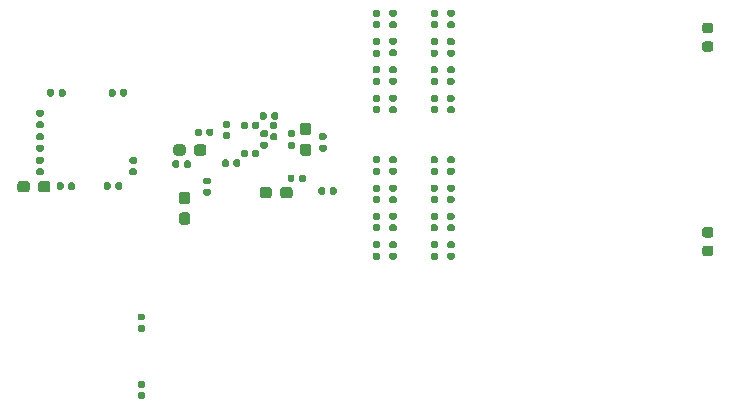
<source format=gbp>
G04 #@! TF.GenerationSoftware,KiCad,Pcbnew,5.1.6*
G04 #@! TF.CreationDate,2020-05-21T11:43:50+02:00*
G04 #@! TF.ProjectId,glasgow,676c6173-676f-4772-9e6b-696361645f70,rev?*
G04 #@! TF.SameCoordinates,Original*
G04 #@! TF.FileFunction,Paste,Bot*
G04 #@! TF.FilePolarity,Positive*
%FSLAX46Y46*%
G04 Gerber Fmt 4.6, Leading zero omitted, Abs format (unit mm)*
G04 Created by KiCad (PCBNEW 5.1.6) date 2020-05-21 11:43:50*
%MOMM*%
%LPD*%
G01*
G04 APERTURE LIST*
G04 APERTURE END LIST*
G36*
G01*
X122706250Y-86500000D02*
X122193750Y-86500000D01*
G75*
G02*
X121975000Y-86281250I0J218750D01*
G01*
X121975000Y-85843750D01*
G75*
G02*
X122193750Y-85625000I218750J0D01*
G01*
X122706250Y-85625000D01*
G75*
G02*
X122925000Y-85843750I0J-218750D01*
G01*
X122925000Y-86281250D01*
G75*
G02*
X122706250Y-86500000I-218750J0D01*
G01*
G37*
G36*
G01*
X122706250Y-88075000D02*
X122193750Y-88075000D01*
G75*
G02*
X121975000Y-87856250I0J218750D01*
G01*
X121975000Y-87418750D01*
G75*
G02*
X122193750Y-87200000I218750J0D01*
G01*
X122706250Y-87200000D01*
G75*
G02*
X122925000Y-87418750I0J-218750D01*
G01*
X122925000Y-87856250D01*
G75*
G02*
X122706250Y-88075000I-218750J0D01*
G01*
G37*
G36*
G01*
X122193750Y-104500000D02*
X122706250Y-104500000D01*
G75*
G02*
X122925000Y-104718750I0J-218750D01*
G01*
X122925000Y-105156250D01*
G75*
G02*
X122706250Y-105375000I-218750J0D01*
G01*
X122193750Y-105375000D01*
G75*
G02*
X121975000Y-105156250I0J218750D01*
G01*
X121975000Y-104718750D01*
G75*
G02*
X122193750Y-104500000I218750J0D01*
G01*
G37*
G36*
G01*
X122193750Y-102925000D02*
X122706250Y-102925000D01*
G75*
G02*
X122925000Y-103143750I0J-218750D01*
G01*
X122925000Y-103581250D01*
G75*
G02*
X122706250Y-103800000I-218750J0D01*
G01*
X122193750Y-103800000D01*
G75*
G02*
X121975000Y-103581250I0J218750D01*
G01*
X121975000Y-103143750D01*
G75*
G02*
X122193750Y-102925000I218750J0D01*
G01*
G37*
G36*
G01*
X90060000Y-99677500D02*
X90060000Y-100022500D01*
G75*
G02*
X89912500Y-100170000I-147500J0D01*
G01*
X89617500Y-100170000D01*
G75*
G02*
X89470000Y-100022500I0J147500D01*
G01*
X89470000Y-99677500D01*
G75*
G02*
X89617500Y-99530000I147500J0D01*
G01*
X89912500Y-99530000D01*
G75*
G02*
X90060000Y-99677500I0J-147500D01*
G01*
G37*
G36*
G01*
X91030000Y-99677500D02*
X91030000Y-100022500D01*
G75*
G02*
X90882500Y-100170000I-147500J0D01*
G01*
X90587500Y-100170000D01*
G75*
G02*
X90440000Y-100022500I0J147500D01*
G01*
X90440000Y-99677500D01*
G75*
G02*
X90587500Y-99530000I147500J0D01*
G01*
X90882500Y-99530000D01*
G75*
G02*
X91030000Y-99677500I0J-147500D01*
G01*
G37*
G36*
G01*
X95627500Y-92690000D02*
X95972500Y-92690000D01*
G75*
G02*
X96120000Y-92837500I0J-147500D01*
G01*
X96120000Y-93132500D01*
G75*
G02*
X95972500Y-93280000I-147500J0D01*
G01*
X95627500Y-93280000D01*
G75*
G02*
X95480000Y-93132500I0J147500D01*
G01*
X95480000Y-92837500D01*
G75*
G02*
X95627500Y-92690000I147500J0D01*
G01*
G37*
G36*
G01*
X95627500Y-91720000D02*
X95972500Y-91720000D01*
G75*
G02*
X96120000Y-91867500I0J-147500D01*
G01*
X96120000Y-92162500D01*
G75*
G02*
X95972500Y-92310000I-147500J0D01*
G01*
X95627500Y-92310000D01*
G75*
G02*
X95480000Y-92162500I0J147500D01*
G01*
X95480000Y-91867500D01*
G75*
G02*
X95627500Y-91720000I147500J0D01*
G01*
G37*
G36*
G01*
X99127500Y-90290000D02*
X99472500Y-90290000D01*
G75*
G02*
X99620000Y-90437500I0J-147500D01*
G01*
X99620000Y-90732500D01*
G75*
G02*
X99472500Y-90880000I-147500J0D01*
G01*
X99127500Y-90880000D01*
G75*
G02*
X98980000Y-90732500I0J147500D01*
G01*
X98980000Y-90437500D01*
G75*
G02*
X99127500Y-90290000I147500J0D01*
G01*
G37*
G36*
G01*
X99127500Y-89320000D02*
X99472500Y-89320000D01*
G75*
G02*
X99620000Y-89467500I0J-147500D01*
G01*
X99620000Y-89762500D01*
G75*
G02*
X99472500Y-89910000I-147500J0D01*
G01*
X99127500Y-89910000D01*
G75*
G02*
X98980000Y-89762500I0J147500D01*
G01*
X98980000Y-89467500D01*
G75*
G02*
X99127500Y-89320000I147500J0D01*
G01*
G37*
G36*
G01*
X99127500Y-87890000D02*
X99472500Y-87890000D01*
G75*
G02*
X99620000Y-88037500I0J-147500D01*
G01*
X99620000Y-88332500D01*
G75*
G02*
X99472500Y-88480000I-147500J0D01*
G01*
X99127500Y-88480000D01*
G75*
G02*
X98980000Y-88332500I0J147500D01*
G01*
X98980000Y-88037500D01*
G75*
G02*
X99127500Y-87890000I147500J0D01*
G01*
G37*
G36*
G01*
X99127500Y-86920000D02*
X99472500Y-86920000D01*
G75*
G02*
X99620000Y-87067500I0J-147500D01*
G01*
X99620000Y-87362500D01*
G75*
G02*
X99472500Y-87510000I-147500J0D01*
G01*
X99127500Y-87510000D01*
G75*
G02*
X98980000Y-87362500I0J147500D01*
G01*
X98980000Y-87067500D01*
G75*
G02*
X99127500Y-86920000I147500J0D01*
G01*
G37*
G36*
G01*
X99127500Y-85490000D02*
X99472500Y-85490000D01*
G75*
G02*
X99620000Y-85637500I0J-147500D01*
G01*
X99620000Y-85932500D01*
G75*
G02*
X99472500Y-86080000I-147500J0D01*
G01*
X99127500Y-86080000D01*
G75*
G02*
X98980000Y-85932500I0J147500D01*
G01*
X98980000Y-85637500D01*
G75*
G02*
X99127500Y-85490000I147500J0D01*
G01*
G37*
G36*
G01*
X99127500Y-84520000D02*
X99472500Y-84520000D01*
G75*
G02*
X99620000Y-84667500I0J-147500D01*
G01*
X99620000Y-84962500D01*
G75*
G02*
X99472500Y-85110000I-147500J0D01*
G01*
X99127500Y-85110000D01*
G75*
G02*
X98980000Y-84962500I0J147500D01*
G01*
X98980000Y-84667500D01*
G75*
G02*
X99127500Y-84520000I147500J0D01*
G01*
G37*
G36*
G01*
X95627500Y-87875000D02*
X95972500Y-87875000D01*
G75*
G02*
X96120000Y-88022500I0J-147500D01*
G01*
X96120000Y-88317500D01*
G75*
G02*
X95972500Y-88465000I-147500J0D01*
G01*
X95627500Y-88465000D01*
G75*
G02*
X95480000Y-88317500I0J147500D01*
G01*
X95480000Y-88022500D01*
G75*
G02*
X95627500Y-87875000I147500J0D01*
G01*
G37*
G36*
G01*
X95627500Y-86905000D02*
X95972500Y-86905000D01*
G75*
G02*
X96120000Y-87052500I0J-147500D01*
G01*
X96120000Y-87347500D01*
G75*
G02*
X95972500Y-87495000I-147500J0D01*
G01*
X95627500Y-87495000D01*
G75*
G02*
X95480000Y-87347500I0J147500D01*
G01*
X95480000Y-87052500D01*
G75*
G02*
X95627500Y-86905000I147500J0D01*
G01*
G37*
G36*
G01*
X94227500Y-90290000D02*
X94572500Y-90290000D01*
G75*
G02*
X94720000Y-90437500I0J-147500D01*
G01*
X94720000Y-90732500D01*
G75*
G02*
X94572500Y-90880000I-147500J0D01*
G01*
X94227500Y-90880000D01*
G75*
G02*
X94080000Y-90732500I0J147500D01*
G01*
X94080000Y-90437500D01*
G75*
G02*
X94227500Y-90290000I147500J0D01*
G01*
G37*
G36*
G01*
X94227500Y-89320000D02*
X94572500Y-89320000D01*
G75*
G02*
X94720000Y-89467500I0J-147500D01*
G01*
X94720000Y-89762500D01*
G75*
G02*
X94572500Y-89910000I-147500J0D01*
G01*
X94227500Y-89910000D01*
G75*
G02*
X94080000Y-89762500I0J147500D01*
G01*
X94080000Y-89467500D01*
G75*
G02*
X94227500Y-89320000I147500J0D01*
G01*
G37*
G36*
G01*
X94227500Y-92690000D02*
X94572500Y-92690000D01*
G75*
G02*
X94720000Y-92837500I0J-147500D01*
G01*
X94720000Y-93132500D01*
G75*
G02*
X94572500Y-93280000I-147500J0D01*
G01*
X94227500Y-93280000D01*
G75*
G02*
X94080000Y-93132500I0J147500D01*
G01*
X94080000Y-92837500D01*
G75*
G02*
X94227500Y-92690000I147500J0D01*
G01*
G37*
G36*
G01*
X94227500Y-91720000D02*
X94572500Y-91720000D01*
G75*
G02*
X94720000Y-91867500I0J-147500D01*
G01*
X94720000Y-92162500D01*
G75*
G02*
X94572500Y-92310000I-147500J0D01*
G01*
X94227500Y-92310000D01*
G75*
G02*
X94080000Y-92162500I0J147500D01*
G01*
X94080000Y-91867500D01*
G75*
G02*
X94227500Y-91720000I147500J0D01*
G01*
G37*
G36*
G01*
X94227500Y-87890000D02*
X94572500Y-87890000D01*
G75*
G02*
X94720000Y-88037500I0J-147500D01*
G01*
X94720000Y-88332500D01*
G75*
G02*
X94572500Y-88480000I-147500J0D01*
G01*
X94227500Y-88480000D01*
G75*
G02*
X94080000Y-88332500I0J147500D01*
G01*
X94080000Y-88037500D01*
G75*
G02*
X94227500Y-87890000I147500J0D01*
G01*
G37*
G36*
G01*
X94227500Y-86920000D02*
X94572500Y-86920000D01*
G75*
G02*
X94720000Y-87067500I0J-147500D01*
G01*
X94720000Y-87362500D01*
G75*
G02*
X94572500Y-87510000I-147500J0D01*
G01*
X94227500Y-87510000D01*
G75*
G02*
X94080000Y-87362500I0J147500D01*
G01*
X94080000Y-87067500D01*
G75*
G02*
X94227500Y-86920000I147500J0D01*
G01*
G37*
G36*
G01*
X86250000Y-100237500D02*
X86250000Y-99762500D01*
G75*
G02*
X86487500Y-99525000I237500J0D01*
G01*
X87062500Y-99525000D01*
G75*
G02*
X87300000Y-99762500I0J-237500D01*
G01*
X87300000Y-100237500D01*
G75*
G02*
X87062500Y-100475000I-237500J0D01*
G01*
X86487500Y-100475000D01*
G75*
G02*
X86250000Y-100237500I0J237500D01*
G01*
G37*
G36*
G01*
X84500000Y-100237500D02*
X84500000Y-99762500D01*
G75*
G02*
X84737500Y-99525000I237500J0D01*
G01*
X85312500Y-99525000D01*
G75*
G02*
X85550000Y-99762500I0J-237500D01*
G01*
X85550000Y-100237500D01*
G75*
G02*
X85312500Y-100475000I-237500J0D01*
G01*
X84737500Y-100475000D01*
G75*
G02*
X84500000Y-100237500I0J237500D01*
G01*
G37*
G36*
G01*
X94227500Y-85490000D02*
X94572500Y-85490000D01*
G75*
G02*
X94720000Y-85637500I0J-147500D01*
G01*
X94720000Y-85932500D01*
G75*
G02*
X94572500Y-86080000I-147500J0D01*
G01*
X94227500Y-86080000D01*
G75*
G02*
X94080000Y-85932500I0J147500D01*
G01*
X94080000Y-85637500D01*
G75*
G02*
X94227500Y-85490000I147500J0D01*
G01*
G37*
G36*
G01*
X94227500Y-84520000D02*
X94572500Y-84520000D01*
G75*
G02*
X94720000Y-84667500I0J-147500D01*
G01*
X94720000Y-84962500D01*
G75*
G02*
X94572500Y-85110000I-147500J0D01*
G01*
X94227500Y-85110000D01*
G75*
G02*
X94080000Y-84962500I0J147500D01*
G01*
X94080000Y-84667500D01*
G75*
G02*
X94227500Y-84520000I147500J0D01*
G01*
G37*
G36*
G01*
X95627500Y-85490000D02*
X95972500Y-85490000D01*
G75*
G02*
X96120000Y-85637500I0J-147500D01*
G01*
X96120000Y-85932500D01*
G75*
G02*
X95972500Y-86080000I-147500J0D01*
G01*
X95627500Y-86080000D01*
G75*
G02*
X95480000Y-85932500I0J147500D01*
G01*
X95480000Y-85637500D01*
G75*
G02*
X95627500Y-85490000I147500J0D01*
G01*
G37*
G36*
G01*
X95627500Y-84520000D02*
X95972500Y-84520000D01*
G75*
G02*
X96120000Y-84667500I0J-147500D01*
G01*
X96120000Y-84962500D01*
G75*
G02*
X95972500Y-85110000I-147500J0D01*
G01*
X95627500Y-85110000D01*
G75*
G02*
X95480000Y-84962500I0J147500D01*
G01*
X95480000Y-84667500D01*
G75*
G02*
X95627500Y-84520000I147500J0D01*
G01*
G37*
G36*
G01*
X95627500Y-105090000D02*
X95972500Y-105090000D01*
G75*
G02*
X96120000Y-105237500I0J-147500D01*
G01*
X96120000Y-105532500D01*
G75*
G02*
X95972500Y-105680000I-147500J0D01*
G01*
X95627500Y-105680000D01*
G75*
G02*
X95480000Y-105532500I0J147500D01*
G01*
X95480000Y-105237500D01*
G75*
G02*
X95627500Y-105090000I147500J0D01*
G01*
G37*
G36*
G01*
X95627500Y-104120000D02*
X95972500Y-104120000D01*
G75*
G02*
X96120000Y-104267500I0J-147500D01*
G01*
X96120000Y-104562500D01*
G75*
G02*
X95972500Y-104710000I-147500J0D01*
G01*
X95627500Y-104710000D01*
G75*
G02*
X95480000Y-104562500I0J147500D01*
G01*
X95480000Y-104267500D01*
G75*
G02*
X95627500Y-104120000I147500J0D01*
G01*
G37*
G36*
G01*
X94227500Y-105075000D02*
X94572500Y-105075000D01*
G75*
G02*
X94720000Y-105222500I0J-147500D01*
G01*
X94720000Y-105517500D01*
G75*
G02*
X94572500Y-105665000I-147500J0D01*
G01*
X94227500Y-105665000D01*
G75*
G02*
X94080000Y-105517500I0J147500D01*
G01*
X94080000Y-105222500D01*
G75*
G02*
X94227500Y-105075000I147500J0D01*
G01*
G37*
G36*
G01*
X94227500Y-104105000D02*
X94572500Y-104105000D01*
G75*
G02*
X94720000Y-104252500I0J-147500D01*
G01*
X94720000Y-104547500D01*
G75*
G02*
X94572500Y-104695000I-147500J0D01*
G01*
X94227500Y-104695000D01*
G75*
G02*
X94080000Y-104547500I0J147500D01*
G01*
X94080000Y-104252500D01*
G75*
G02*
X94227500Y-104105000I147500J0D01*
G01*
G37*
G36*
G01*
X95627500Y-102690000D02*
X95972500Y-102690000D01*
G75*
G02*
X96120000Y-102837500I0J-147500D01*
G01*
X96120000Y-103132500D01*
G75*
G02*
X95972500Y-103280000I-147500J0D01*
G01*
X95627500Y-103280000D01*
G75*
G02*
X95480000Y-103132500I0J147500D01*
G01*
X95480000Y-102837500D01*
G75*
G02*
X95627500Y-102690000I147500J0D01*
G01*
G37*
G36*
G01*
X95627500Y-101720000D02*
X95972500Y-101720000D01*
G75*
G02*
X96120000Y-101867500I0J-147500D01*
G01*
X96120000Y-102162500D01*
G75*
G02*
X95972500Y-102310000I-147500J0D01*
G01*
X95627500Y-102310000D01*
G75*
G02*
X95480000Y-102162500I0J147500D01*
G01*
X95480000Y-101867500D01*
G75*
G02*
X95627500Y-101720000I147500J0D01*
G01*
G37*
G36*
G01*
X94227500Y-102675000D02*
X94572500Y-102675000D01*
G75*
G02*
X94720000Y-102822500I0J-147500D01*
G01*
X94720000Y-103117500D01*
G75*
G02*
X94572500Y-103265000I-147500J0D01*
G01*
X94227500Y-103265000D01*
G75*
G02*
X94080000Y-103117500I0J147500D01*
G01*
X94080000Y-102822500D01*
G75*
G02*
X94227500Y-102675000I147500J0D01*
G01*
G37*
G36*
G01*
X94227500Y-101705000D02*
X94572500Y-101705000D01*
G75*
G02*
X94720000Y-101852500I0J-147500D01*
G01*
X94720000Y-102147500D01*
G75*
G02*
X94572500Y-102295000I-147500J0D01*
G01*
X94227500Y-102295000D01*
G75*
G02*
X94080000Y-102147500I0J147500D01*
G01*
X94080000Y-101852500D01*
G75*
G02*
X94227500Y-101705000I147500J0D01*
G01*
G37*
G36*
G01*
X94227500Y-100290000D02*
X94572500Y-100290000D01*
G75*
G02*
X94720000Y-100437500I0J-147500D01*
G01*
X94720000Y-100732500D01*
G75*
G02*
X94572500Y-100880000I-147500J0D01*
G01*
X94227500Y-100880000D01*
G75*
G02*
X94080000Y-100732500I0J147500D01*
G01*
X94080000Y-100437500D01*
G75*
G02*
X94227500Y-100290000I147500J0D01*
G01*
G37*
G36*
G01*
X94227500Y-99320000D02*
X94572500Y-99320000D01*
G75*
G02*
X94720000Y-99467500I0J-147500D01*
G01*
X94720000Y-99762500D01*
G75*
G02*
X94572500Y-99910000I-147500J0D01*
G01*
X94227500Y-99910000D01*
G75*
G02*
X94080000Y-99762500I0J147500D01*
G01*
X94080000Y-99467500D01*
G75*
G02*
X94227500Y-99320000I147500J0D01*
G01*
G37*
G36*
G01*
X95627500Y-100290000D02*
X95972500Y-100290000D01*
G75*
G02*
X96120000Y-100437500I0J-147500D01*
G01*
X96120000Y-100732500D01*
G75*
G02*
X95972500Y-100880000I-147500J0D01*
G01*
X95627500Y-100880000D01*
G75*
G02*
X95480000Y-100732500I0J147500D01*
G01*
X95480000Y-100437500D01*
G75*
G02*
X95627500Y-100290000I147500J0D01*
G01*
G37*
G36*
G01*
X95627500Y-99320000D02*
X95972500Y-99320000D01*
G75*
G02*
X96120000Y-99467500I0J-147500D01*
G01*
X96120000Y-99762500D01*
G75*
G02*
X95972500Y-99910000I-147500J0D01*
G01*
X95627500Y-99910000D01*
G75*
G02*
X95480000Y-99762500I0J147500D01*
G01*
X95480000Y-99467500D01*
G75*
G02*
X95627500Y-99320000I147500J0D01*
G01*
G37*
G36*
G01*
X80222500Y-99310000D02*
X79877500Y-99310000D01*
G75*
G02*
X79730000Y-99162500I0J147500D01*
G01*
X79730000Y-98867500D01*
G75*
G02*
X79877500Y-98720000I147500J0D01*
G01*
X80222500Y-98720000D01*
G75*
G02*
X80370000Y-98867500I0J-147500D01*
G01*
X80370000Y-99162500D01*
G75*
G02*
X80222500Y-99310000I-147500J0D01*
G01*
G37*
G36*
G01*
X80222500Y-100280000D02*
X79877500Y-100280000D01*
G75*
G02*
X79730000Y-100132500I0J147500D01*
G01*
X79730000Y-99837500D01*
G75*
G02*
X79877500Y-99690000I147500J0D01*
G01*
X80222500Y-99690000D01*
G75*
G02*
X80370000Y-99837500I0J-147500D01*
G01*
X80370000Y-100132500D01*
G75*
G02*
X80222500Y-100280000I-147500J0D01*
G01*
G37*
G36*
G01*
X79625000Y-94727500D02*
X79625000Y-95072500D01*
G75*
G02*
X79477500Y-95220000I-147500J0D01*
G01*
X79182500Y-95220000D01*
G75*
G02*
X79035000Y-95072500I0J147500D01*
G01*
X79035000Y-94727500D01*
G75*
G02*
X79182500Y-94580000I147500J0D01*
G01*
X79477500Y-94580000D01*
G75*
G02*
X79625000Y-94727500I0J-147500D01*
G01*
G37*
G36*
G01*
X80595000Y-94727500D02*
X80595000Y-95072500D01*
G75*
G02*
X80447500Y-95220000I-147500J0D01*
G01*
X80152500Y-95220000D01*
G75*
G02*
X80005000Y-95072500I0J147500D01*
G01*
X80005000Y-94727500D01*
G75*
G02*
X80152500Y-94580000I147500J0D01*
G01*
X80447500Y-94580000D01*
G75*
G02*
X80595000Y-94727500I0J-147500D01*
G01*
G37*
G36*
G01*
X77710000Y-97427500D02*
X77710000Y-97772500D01*
G75*
G02*
X77562500Y-97920000I-147500J0D01*
G01*
X77267500Y-97920000D01*
G75*
G02*
X77120000Y-97772500I0J147500D01*
G01*
X77120000Y-97427500D01*
G75*
G02*
X77267500Y-97280000I147500J0D01*
G01*
X77562500Y-97280000D01*
G75*
G02*
X77710000Y-97427500I0J-147500D01*
G01*
G37*
G36*
G01*
X78680000Y-97427500D02*
X78680000Y-97772500D01*
G75*
G02*
X78532500Y-97920000I-147500J0D01*
G01*
X78237500Y-97920000D01*
G75*
G02*
X78090000Y-97772500I0J147500D01*
G01*
X78090000Y-97427500D01*
G75*
G02*
X78237500Y-97280000I147500J0D01*
G01*
X78532500Y-97280000D01*
G75*
G02*
X78680000Y-97427500I0J-147500D01*
G01*
G37*
G36*
G01*
X90022500Y-95560000D02*
X89677500Y-95560000D01*
G75*
G02*
X89530000Y-95412500I0J147500D01*
G01*
X89530000Y-95117500D01*
G75*
G02*
X89677500Y-94970000I147500J0D01*
G01*
X90022500Y-94970000D01*
G75*
G02*
X90170000Y-95117500I0J-147500D01*
G01*
X90170000Y-95412500D01*
G75*
G02*
X90022500Y-95560000I-147500J0D01*
G01*
G37*
G36*
G01*
X90022500Y-96530000D02*
X89677500Y-96530000D01*
G75*
G02*
X89530000Y-96382500I0J147500D01*
G01*
X89530000Y-96087500D01*
G75*
G02*
X89677500Y-95940000I147500J0D01*
G01*
X90022500Y-95940000D01*
G75*
G02*
X90170000Y-96087500I0J-147500D01*
G01*
X90170000Y-96382500D01*
G75*
G02*
X90022500Y-96530000I-147500J0D01*
G01*
G37*
G36*
G01*
X71910000Y-99277500D02*
X71910000Y-99622500D01*
G75*
G02*
X71762500Y-99770000I-147500J0D01*
G01*
X71467500Y-99770000D01*
G75*
G02*
X71320000Y-99622500I0J147500D01*
G01*
X71320000Y-99277500D01*
G75*
G02*
X71467500Y-99130000I147500J0D01*
G01*
X71762500Y-99130000D01*
G75*
G02*
X71910000Y-99277500I0J-147500D01*
G01*
G37*
G36*
G01*
X72880000Y-99277500D02*
X72880000Y-99622500D01*
G75*
G02*
X72732500Y-99770000I-147500J0D01*
G01*
X72437500Y-99770000D01*
G75*
G02*
X72290000Y-99622500I0J147500D01*
G01*
X72290000Y-99277500D01*
G75*
G02*
X72437500Y-99130000I147500J0D01*
G01*
X72732500Y-99130000D01*
G75*
G02*
X72880000Y-99277500I0J-147500D01*
G01*
G37*
G36*
G01*
X78250000Y-96162500D02*
X78250000Y-96637500D01*
G75*
G02*
X78012500Y-96875000I-237500J0D01*
G01*
X77437500Y-96875000D01*
G75*
G02*
X77200000Y-96637500I0J237500D01*
G01*
X77200000Y-96162500D01*
G75*
G02*
X77437500Y-95925000I237500J0D01*
G01*
X78012500Y-95925000D01*
G75*
G02*
X78250000Y-96162500I0J-237500D01*
G01*
G37*
G36*
G01*
X80000000Y-96162500D02*
X80000000Y-96637500D01*
G75*
G02*
X79762500Y-96875000I-237500J0D01*
G01*
X79187500Y-96875000D01*
G75*
G02*
X78950000Y-96637500I0J237500D01*
G01*
X78950000Y-96162500D01*
G75*
G02*
X79187500Y-95925000I237500J0D01*
G01*
X79762500Y-95925000D01*
G75*
G02*
X80000000Y-96162500I0J-237500D01*
G01*
G37*
G36*
G01*
X83510000Y-94127500D02*
X83510000Y-94472500D01*
G75*
G02*
X83362500Y-94620000I-147500J0D01*
G01*
X83067500Y-94620000D01*
G75*
G02*
X82920000Y-94472500I0J147500D01*
G01*
X82920000Y-94127500D01*
G75*
G02*
X83067500Y-93980000I147500J0D01*
G01*
X83362500Y-93980000D01*
G75*
G02*
X83510000Y-94127500I0J-147500D01*
G01*
G37*
G36*
G01*
X84480000Y-94127500D02*
X84480000Y-94472500D01*
G75*
G02*
X84332500Y-94620000I-147500J0D01*
G01*
X84037500Y-94620000D01*
G75*
G02*
X83890000Y-94472500I0J147500D01*
G01*
X83890000Y-94127500D01*
G75*
G02*
X84037500Y-93980000I147500J0D01*
G01*
X84332500Y-93980000D01*
G75*
G02*
X84480000Y-94127500I0J-147500D01*
G01*
G37*
G36*
G01*
X82290000Y-97672500D02*
X82290000Y-97327500D01*
G75*
G02*
X82437500Y-97180000I147500J0D01*
G01*
X82732500Y-97180000D01*
G75*
G02*
X82880000Y-97327500I0J-147500D01*
G01*
X82880000Y-97672500D01*
G75*
G02*
X82732500Y-97820000I-147500J0D01*
G01*
X82437500Y-97820000D01*
G75*
G02*
X82290000Y-97672500I0J147500D01*
G01*
G37*
G36*
G01*
X81320000Y-97672500D02*
X81320000Y-97327500D01*
G75*
G02*
X81467500Y-97180000I147500J0D01*
G01*
X81762500Y-97180000D01*
G75*
G02*
X81910000Y-97327500I0J-147500D01*
G01*
X81910000Y-97672500D01*
G75*
G02*
X81762500Y-97820000I-147500J0D01*
G01*
X81467500Y-97820000D01*
G75*
G02*
X81320000Y-97672500I0J147500D01*
G01*
G37*
G36*
G01*
X65727500Y-97940000D02*
X66072500Y-97940000D01*
G75*
G02*
X66220000Y-98087500I0J-147500D01*
G01*
X66220000Y-98382500D01*
G75*
G02*
X66072500Y-98530000I-147500J0D01*
G01*
X65727500Y-98530000D01*
G75*
G02*
X65580000Y-98382500I0J147500D01*
G01*
X65580000Y-98087500D01*
G75*
G02*
X65727500Y-97940000I147500J0D01*
G01*
G37*
G36*
G01*
X65727500Y-96970000D02*
X66072500Y-96970000D01*
G75*
G02*
X66220000Y-97117500I0J-147500D01*
G01*
X66220000Y-97412500D01*
G75*
G02*
X66072500Y-97560000I-147500J0D01*
G01*
X65727500Y-97560000D01*
G75*
G02*
X65580000Y-97412500I0J147500D01*
G01*
X65580000Y-97117500D01*
G75*
G02*
X65727500Y-96970000I147500J0D01*
G01*
G37*
G36*
G01*
X65727500Y-95940000D02*
X66072500Y-95940000D01*
G75*
G02*
X66220000Y-96087500I0J-147500D01*
G01*
X66220000Y-96382500D01*
G75*
G02*
X66072500Y-96530000I-147500J0D01*
G01*
X65727500Y-96530000D01*
G75*
G02*
X65580000Y-96382500I0J147500D01*
G01*
X65580000Y-96087500D01*
G75*
G02*
X65727500Y-95940000I147500J0D01*
G01*
G37*
G36*
G01*
X65727500Y-94970000D02*
X66072500Y-94970000D01*
G75*
G02*
X66220000Y-95117500I0J-147500D01*
G01*
X66220000Y-95412500D01*
G75*
G02*
X66072500Y-95560000I-147500J0D01*
G01*
X65727500Y-95560000D01*
G75*
G02*
X65580000Y-95412500I0J147500D01*
G01*
X65580000Y-95117500D01*
G75*
G02*
X65727500Y-94970000I147500J0D01*
G01*
G37*
G36*
G01*
X73627500Y-97955000D02*
X73972500Y-97955000D01*
G75*
G02*
X74120000Y-98102500I0J-147500D01*
G01*
X74120000Y-98397500D01*
G75*
G02*
X73972500Y-98545000I-147500J0D01*
G01*
X73627500Y-98545000D01*
G75*
G02*
X73480000Y-98397500I0J147500D01*
G01*
X73480000Y-98102500D01*
G75*
G02*
X73627500Y-97955000I147500J0D01*
G01*
G37*
G36*
G01*
X73627500Y-96985000D02*
X73972500Y-96985000D01*
G75*
G02*
X74120000Y-97132500I0J-147500D01*
G01*
X74120000Y-97427500D01*
G75*
G02*
X73972500Y-97575000I-147500J0D01*
G01*
X73627500Y-97575000D01*
G75*
G02*
X73480000Y-97427500I0J147500D01*
G01*
X73480000Y-97132500D01*
G75*
G02*
X73627500Y-96985000I147500J0D01*
G01*
G37*
G36*
G01*
X72310000Y-91377500D02*
X72310000Y-91722500D01*
G75*
G02*
X72162500Y-91870000I-147500J0D01*
G01*
X71867500Y-91870000D01*
G75*
G02*
X71720000Y-91722500I0J147500D01*
G01*
X71720000Y-91377500D01*
G75*
G02*
X71867500Y-91230000I147500J0D01*
G01*
X72162500Y-91230000D01*
G75*
G02*
X72310000Y-91377500I0J-147500D01*
G01*
G37*
G36*
G01*
X73280000Y-91377500D02*
X73280000Y-91722500D01*
G75*
G02*
X73132500Y-91870000I-147500J0D01*
G01*
X72837500Y-91870000D01*
G75*
G02*
X72690000Y-91722500I0J147500D01*
G01*
X72690000Y-91377500D01*
G75*
G02*
X72837500Y-91230000I147500J0D01*
G01*
X73132500Y-91230000D01*
G75*
G02*
X73280000Y-91377500I0J-147500D01*
G01*
G37*
G36*
G01*
X67490000Y-91722500D02*
X67490000Y-91377500D01*
G75*
G02*
X67637500Y-91230000I147500J0D01*
G01*
X67932500Y-91230000D01*
G75*
G02*
X68080000Y-91377500I0J-147500D01*
G01*
X68080000Y-91722500D01*
G75*
G02*
X67932500Y-91870000I-147500J0D01*
G01*
X67637500Y-91870000D01*
G75*
G02*
X67490000Y-91722500I0J147500D01*
G01*
G37*
G36*
G01*
X66520000Y-91722500D02*
X66520000Y-91377500D01*
G75*
G02*
X66667500Y-91230000I147500J0D01*
G01*
X66962500Y-91230000D01*
G75*
G02*
X67110000Y-91377500I0J-147500D01*
G01*
X67110000Y-91722500D01*
G75*
G02*
X66962500Y-91870000I-147500J0D01*
G01*
X66667500Y-91870000D01*
G75*
G02*
X66520000Y-91722500I0J147500D01*
G01*
G37*
G36*
G01*
X65727500Y-93955000D02*
X66072500Y-93955000D01*
G75*
G02*
X66220000Y-94102500I0J-147500D01*
G01*
X66220000Y-94397500D01*
G75*
G02*
X66072500Y-94545000I-147500J0D01*
G01*
X65727500Y-94545000D01*
G75*
G02*
X65580000Y-94397500I0J147500D01*
G01*
X65580000Y-94102500D01*
G75*
G02*
X65727500Y-93955000I147500J0D01*
G01*
G37*
G36*
G01*
X65727500Y-92985000D02*
X66072500Y-92985000D01*
G75*
G02*
X66220000Y-93132500I0J-147500D01*
G01*
X66220000Y-93427500D01*
G75*
G02*
X66072500Y-93575000I-147500J0D01*
G01*
X65727500Y-93575000D01*
G75*
G02*
X65580000Y-93427500I0J147500D01*
G01*
X65580000Y-93132500D01*
G75*
G02*
X65727500Y-92985000I147500J0D01*
G01*
G37*
G36*
G01*
X68290000Y-99622500D02*
X68290000Y-99277500D01*
G75*
G02*
X68437500Y-99130000I147500J0D01*
G01*
X68732500Y-99130000D01*
G75*
G02*
X68880000Y-99277500I0J-147500D01*
G01*
X68880000Y-99622500D01*
G75*
G02*
X68732500Y-99770000I-147500J0D01*
G01*
X68437500Y-99770000D01*
G75*
G02*
X68290000Y-99622500I0J147500D01*
G01*
G37*
G36*
G01*
X67320000Y-99622500D02*
X67320000Y-99277500D01*
G75*
G02*
X67467500Y-99130000I147500J0D01*
G01*
X67762500Y-99130000D01*
G75*
G02*
X67910000Y-99277500I0J-147500D01*
G01*
X67910000Y-99622500D01*
G75*
G02*
X67762500Y-99770000I-147500J0D01*
G01*
X67467500Y-99770000D01*
G75*
G02*
X67320000Y-99622500I0J147500D01*
G01*
G37*
G36*
G01*
X87372500Y-95310000D02*
X87027500Y-95310000D01*
G75*
G02*
X86880000Y-95162500I0J147500D01*
G01*
X86880000Y-94867500D01*
G75*
G02*
X87027500Y-94720000I147500J0D01*
G01*
X87372500Y-94720000D01*
G75*
G02*
X87520000Y-94867500I0J-147500D01*
G01*
X87520000Y-95162500D01*
G75*
G02*
X87372500Y-95310000I-147500J0D01*
G01*
G37*
G36*
G01*
X87372500Y-96280000D02*
X87027500Y-96280000D01*
G75*
G02*
X86880000Y-96132500I0J147500D01*
G01*
X86880000Y-95837500D01*
G75*
G02*
X87027500Y-95690000I147500J0D01*
G01*
X87372500Y-95690000D01*
G75*
G02*
X87520000Y-95837500I0J-147500D01*
G01*
X87520000Y-96132500D01*
G75*
G02*
X87372500Y-96280000I-147500J0D01*
G01*
G37*
G36*
G01*
X74672500Y-116525000D02*
X74327500Y-116525000D01*
G75*
G02*
X74180000Y-116377500I0J147500D01*
G01*
X74180000Y-116082500D01*
G75*
G02*
X74327500Y-115935000I147500J0D01*
G01*
X74672500Y-115935000D01*
G75*
G02*
X74820000Y-116082500I0J-147500D01*
G01*
X74820000Y-116377500D01*
G75*
G02*
X74672500Y-116525000I-147500J0D01*
G01*
G37*
G36*
G01*
X74672500Y-117495000D02*
X74327500Y-117495000D01*
G75*
G02*
X74180000Y-117347500I0J147500D01*
G01*
X74180000Y-117052500D01*
G75*
G02*
X74327500Y-116905000I147500J0D01*
G01*
X74672500Y-116905000D01*
G75*
G02*
X74820000Y-117052500I0J-147500D01*
G01*
X74820000Y-117347500D01*
G75*
G02*
X74672500Y-117495000I-147500J0D01*
G01*
G37*
G36*
G01*
X74672500Y-110825000D02*
X74327500Y-110825000D01*
G75*
G02*
X74180000Y-110677500I0J147500D01*
G01*
X74180000Y-110382500D01*
G75*
G02*
X74327500Y-110235000I147500J0D01*
G01*
X74672500Y-110235000D01*
G75*
G02*
X74820000Y-110382500I0J-147500D01*
G01*
X74820000Y-110677500D01*
G75*
G02*
X74672500Y-110825000I-147500J0D01*
G01*
G37*
G36*
G01*
X74672500Y-111795000D02*
X74327500Y-111795000D01*
G75*
G02*
X74180000Y-111647500I0J147500D01*
G01*
X74180000Y-111352500D01*
G75*
G02*
X74327500Y-111205000I147500J0D01*
G01*
X74672500Y-111205000D01*
G75*
G02*
X74820000Y-111352500I0J-147500D01*
G01*
X74820000Y-111647500D01*
G75*
G02*
X74672500Y-111795000I-147500J0D01*
G01*
G37*
G36*
G01*
X100527500Y-105090000D02*
X100872500Y-105090000D01*
G75*
G02*
X101020000Y-105237500I0J-147500D01*
G01*
X101020000Y-105532500D01*
G75*
G02*
X100872500Y-105680000I-147500J0D01*
G01*
X100527500Y-105680000D01*
G75*
G02*
X100380000Y-105532500I0J147500D01*
G01*
X100380000Y-105237500D01*
G75*
G02*
X100527500Y-105090000I147500J0D01*
G01*
G37*
G36*
G01*
X100527500Y-104120000D02*
X100872500Y-104120000D01*
G75*
G02*
X101020000Y-104267500I0J-147500D01*
G01*
X101020000Y-104562500D01*
G75*
G02*
X100872500Y-104710000I-147500J0D01*
G01*
X100527500Y-104710000D01*
G75*
G02*
X100380000Y-104562500I0J147500D01*
G01*
X100380000Y-104267500D01*
G75*
G02*
X100527500Y-104120000I147500J0D01*
G01*
G37*
G36*
G01*
X100527500Y-102690000D02*
X100872500Y-102690000D01*
G75*
G02*
X101020000Y-102837500I0J-147500D01*
G01*
X101020000Y-103132500D01*
G75*
G02*
X100872500Y-103280000I-147500J0D01*
G01*
X100527500Y-103280000D01*
G75*
G02*
X100380000Y-103132500I0J147500D01*
G01*
X100380000Y-102837500D01*
G75*
G02*
X100527500Y-102690000I147500J0D01*
G01*
G37*
G36*
G01*
X100527500Y-101720000D02*
X100872500Y-101720000D01*
G75*
G02*
X101020000Y-101867500I0J-147500D01*
G01*
X101020000Y-102162500D01*
G75*
G02*
X100872500Y-102310000I-147500J0D01*
G01*
X100527500Y-102310000D01*
G75*
G02*
X100380000Y-102162500I0J147500D01*
G01*
X100380000Y-101867500D01*
G75*
G02*
X100527500Y-101720000I147500J0D01*
G01*
G37*
G36*
G01*
X87840000Y-98972500D02*
X87840000Y-98627500D01*
G75*
G02*
X87987500Y-98480000I147500J0D01*
G01*
X88282500Y-98480000D01*
G75*
G02*
X88430000Y-98627500I0J-147500D01*
G01*
X88430000Y-98972500D01*
G75*
G02*
X88282500Y-99120000I-147500J0D01*
G01*
X87987500Y-99120000D01*
G75*
G02*
X87840000Y-98972500I0J147500D01*
G01*
G37*
G36*
G01*
X86870000Y-98972500D02*
X86870000Y-98627500D01*
G75*
G02*
X87017500Y-98480000I147500J0D01*
G01*
X87312500Y-98480000D01*
G75*
G02*
X87460000Y-98627500I0J-147500D01*
G01*
X87460000Y-98972500D01*
G75*
G02*
X87312500Y-99120000I-147500J0D01*
G01*
X87017500Y-99120000D01*
G75*
G02*
X86870000Y-98972500I0J147500D01*
G01*
G37*
G36*
G01*
X85872500Y-94610000D02*
X85527500Y-94610000D01*
G75*
G02*
X85380000Y-94462500I0J147500D01*
G01*
X85380000Y-94167500D01*
G75*
G02*
X85527500Y-94020000I147500J0D01*
G01*
X85872500Y-94020000D01*
G75*
G02*
X86020000Y-94167500I0J-147500D01*
G01*
X86020000Y-94462500D01*
G75*
G02*
X85872500Y-94610000I-147500J0D01*
G01*
G37*
G36*
G01*
X85872500Y-95580000D02*
X85527500Y-95580000D01*
G75*
G02*
X85380000Y-95432500I0J147500D01*
G01*
X85380000Y-95137500D01*
G75*
G02*
X85527500Y-94990000I147500J0D01*
G01*
X85872500Y-94990000D01*
G75*
G02*
X86020000Y-95137500I0J-147500D01*
G01*
X86020000Y-95432500D01*
G75*
G02*
X85872500Y-95580000I-147500J0D01*
G01*
G37*
G36*
G01*
X85490000Y-93672500D02*
X85490000Y-93327500D01*
G75*
G02*
X85637500Y-93180000I147500J0D01*
G01*
X85932500Y-93180000D01*
G75*
G02*
X86080000Y-93327500I0J-147500D01*
G01*
X86080000Y-93672500D01*
G75*
G02*
X85932500Y-93820000I-147500J0D01*
G01*
X85637500Y-93820000D01*
G75*
G02*
X85490000Y-93672500I0J147500D01*
G01*
G37*
G36*
G01*
X84520000Y-93672500D02*
X84520000Y-93327500D01*
G75*
G02*
X84667500Y-93180000I147500J0D01*
G01*
X84962500Y-93180000D01*
G75*
G02*
X85110000Y-93327500I0J-147500D01*
G01*
X85110000Y-93672500D01*
G75*
G02*
X84962500Y-93820000I-147500J0D01*
G01*
X84667500Y-93820000D01*
G75*
G02*
X84520000Y-93672500I0J147500D01*
G01*
G37*
G36*
G01*
X100527500Y-100290000D02*
X100872500Y-100290000D01*
G75*
G02*
X101020000Y-100437500I0J-147500D01*
G01*
X101020000Y-100732500D01*
G75*
G02*
X100872500Y-100880000I-147500J0D01*
G01*
X100527500Y-100880000D01*
G75*
G02*
X100380000Y-100732500I0J147500D01*
G01*
X100380000Y-100437500D01*
G75*
G02*
X100527500Y-100290000I147500J0D01*
G01*
G37*
G36*
G01*
X100527500Y-99320000D02*
X100872500Y-99320000D01*
G75*
G02*
X101020000Y-99467500I0J-147500D01*
G01*
X101020000Y-99762500D01*
G75*
G02*
X100872500Y-99910000I-147500J0D01*
G01*
X100527500Y-99910000D01*
G75*
G02*
X100380000Y-99762500I0J147500D01*
G01*
X100380000Y-99467500D01*
G75*
G02*
X100527500Y-99320000I147500J0D01*
G01*
G37*
G36*
G01*
X100527500Y-97905000D02*
X100872500Y-97905000D01*
G75*
G02*
X101020000Y-98052500I0J-147500D01*
G01*
X101020000Y-98347500D01*
G75*
G02*
X100872500Y-98495000I-147500J0D01*
G01*
X100527500Y-98495000D01*
G75*
G02*
X100380000Y-98347500I0J147500D01*
G01*
X100380000Y-98052500D01*
G75*
G02*
X100527500Y-97905000I147500J0D01*
G01*
G37*
G36*
G01*
X100527500Y-96935000D02*
X100872500Y-96935000D01*
G75*
G02*
X101020000Y-97082500I0J-147500D01*
G01*
X101020000Y-97377500D01*
G75*
G02*
X100872500Y-97525000I-147500J0D01*
G01*
X100527500Y-97525000D01*
G75*
G02*
X100380000Y-97377500I0J147500D01*
G01*
X100380000Y-97082500D01*
G75*
G02*
X100527500Y-96935000I147500J0D01*
G01*
G37*
G36*
G01*
X99127500Y-105090000D02*
X99472500Y-105090000D01*
G75*
G02*
X99620000Y-105237500I0J-147500D01*
G01*
X99620000Y-105532500D01*
G75*
G02*
X99472500Y-105680000I-147500J0D01*
G01*
X99127500Y-105680000D01*
G75*
G02*
X98980000Y-105532500I0J147500D01*
G01*
X98980000Y-105237500D01*
G75*
G02*
X99127500Y-105090000I147500J0D01*
G01*
G37*
G36*
G01*
X99127500Y-104120000D02*
X99472500Y-104120000D01*
G75*
G02*
X99620000Y-104267500I0J-147500D01*
G01*
X99620000Y-104562500D01*
G75*
G02*
X99472500Y-104710000I-147500J0D01*
G01*
X99127500Y-104710000D01*
G75*
G02*
X98980000Y-104562500I0J147500D01*
G01*
X98980000Y-104267500D01*
G75*
G02*
X99127500Y-104120000I147500J0D01*
G01*
G37*
G36*
G01*
X99127500Y-102690000D02*
X99472500Y-102690000D01*
G75*
G02*
X99620000Y-102837500I0J-147500D01*
G01*
X99620000Y-103132500D01*
G75*
G02*
X99472500Y-103280000I-147500J0D01*
G01*
X99127500Y-103280000D01*
G75*
G02*
X98980000Y-103132500I0J147500D01*
G01*
X98980000Y-102837500D01*
G75*
G02*
X99127500Y-102690000I147500J0D01*
G01*
G37*
G36*
G01*
X99127500Y-101720000D02*
X99472500Y-101720000D01*
G75*
G02*
X99620000Y-101867500I0J-147500D01*
G01*
X99620000Y-102162500D01*
G75*
G02*
X99472500Y-102310000I-147500J0D01*
G01*
X99127500Y-102310000D01*
G75*
G02*
X98980000Y-102162500I0J147500D01*
G01*
X98980000Y-101867500D01*
G75*
G02*
X99127500Y-101720000I147500J0D01*
G01*
G37*
G36*
G01*
X99127500Y-100290000D02*
X99472500Y-100290000D01*
G75*
G02*
X99620000Y-100437500I0J-147500D01*
G01*
X99620000Y-100732500D01*
G75*
G02*
X99472500Y-100880000I-147500J0D01*
G01*
X99127500Y-100880000D01*
G75*
G02*
X98980000Y-100732500I0J147500D01*
G01*
X98980000Y-100437500D01*
G75*
G02*
X99127500Y-100290000I147500J0D01*
G01*
G37*
G36*
G01*
X99127500Y-99320000D02*
X99472500Y-99320000D01*
G75*
G02*
X99620000Y-99467500I0J-147500D01*
G01*
X99620000Y-99762500D01*
G75*
G02*
X99472500Y-99910000I-147500J0D01*
G01*
X99127500Y-99910000D01*
G75*
G02*
X98980000Y-99762500I0J147500D01*
G01*
X98980000Y-99467500D01*
G75*
G02*
X99127500Y-99320000I147500J0D01*
G01*
G37*
G36*
G01*
X99127500Y-97905000D02*
X99472500Y-97905000D01*
G75*
G02*
X99620000Y-98052500I0J-147500D01*
G01*
X99620000Y-98347500D01*
G75*
G02*
X99472500Y-98495000I-147500J0D01*
G01*
X99127500Y-98495000D01*
G75*
G02*
X98980000Y-98347500I0J147500D01*
G01*
X98980000Y-98052500D01*
G75*
G02*
X99127500Y-97905000I147500J0D01*
G01*
G37*
G36*
G01*
X99127500Y-96935000D02*
X99472500Y-96935000D01*
G75*
G02*
X99620000Y-97082500I0J-147500D01*
G01*
X99620000Y-97377500D01*
G75*
G02*
X99472500Y-97525000I-147500J0D01*
G01*
X99127500Y-97525000D01*
G75*
G02*
X98980000Y-97377500I0J147500D01*
G01*
X98980000Y-97082500D01*
G75*
G02*
X99127500Y-96935000I147500J0D01*
G01*
G37*
G36*
G01*
X95627500Y-90290000D02*
X95972500Y-90290000D01*
G75*
G02*
X96120000Y-90437500I0J-147500D01*
G01*
X96120000Y-90732500D01*
G75*
G02*
X95972500Y-90880000I-147500J0D01*
G01*
X95627500Y-90880000D01*
G75*
G02*
X95480000Y-90732500I0J147500D01*
G01*
X95480000Y-90437500D01*
G75*
G02*
X95627500Y-90290000I147500J0D01*
G01*
G37*
G36*
G01*
X95627500Y-89320000D02*
X95972500Y-89320000D01*
G75*
G02*
X96120000Y-89467500I0J-147500D01*
G01*
X96120000Y-89762500D01*
G75*
G02*
X95972500Y-89910000I-147500J0D01*
G01*
X95627500Y-89910000D01*
G75*
G02*
X95480000Y-89762500I0J147500D01*
G01*
X95480000Y-89467500D01*
G75*
G02*
X95627500Y-89320000I147500J0D01*
G01*
G37*
G36*
G01*
X95627500Y-97890000D02*
X95972500Y-97890000D01*
G75*
G02*
X96120000Y-98037500I0J-147500D01*
G01*
X96120000Y-98332500D01*
G75*
G02*
X95972500Y-98480000I-147500J0D01*
G01*
X95627500Y-98480000D01*
G75*
G02*
X95480000Y-98332500I0J147500D01*
G01*
X95480000Y-98037500D01*
G75*
G02*
X95627500Y-97890000I147500J0D01*
G01*
G37*
G36*
G01*
X95627500Y-96920000D02*
X95972500Y-96920000D01*
G75*
G02*
X96120000Y-97067500I0J-147500D01*
G01*
X96120000Y-97362500D01*
G75*
G02*
X95972500Y-97510000I-147500J0D01*
G01*
X95627500Y-97510000D01*
G75*
G02*
X95480000Y-97362500I0J147500D01*
G01*
X95480000Y-97067500D01*
G75*
G02*
X95627500Y-96920000I147500J0D01*
G01*
G37*
G36*
G01*
X94227500Y-97890000D02*
X94572500Y-97890000D01*
G75*
G02*
X94720000Y-98037500I0J-147500D01*
G01*
X94720000Y-98332500D01*
G75*
G02*
X94572500Y-98480000I-147500J0D01*
G01*
X94227500Y-98480000D01*
G75*
G02*
X94080000Y-98332500I0J147500D01*
G01*
X94080000Y-98037500D01*
G75*
G02*
X94227500Y-97890000I147500J0D01*
G01*
G37*
G36*
G01*
X94227500Y-96920000D02*
X94572500Y-96920000D01*
G75*
G02*
X94720000Y-97067500I0J-147500D01*
G01*
X94720000Y-97362500D01*
G75*
G02*
X94572500Y-97510000I-147500J0D01*
G01*
X94227500Y-97510000D01*
G75*
G02*
X94080000Y-97362500I0J147500D01*
G01*
X94080000Y-97067500D01*
G75*
G02*
X94227500Y-96920000I147500J0D01*
G01*
G37*
G36*
G01*
X100527500Y-92705000D02*
X100872500Y-92705000D01*
G75*
G02*
X101020000Y-92852500I0J-147500D01*
G01*
X101020000Y-93147500D01*
G75*
G02*
X100872500Y-93295000I-147500J0D01*
G01*
X100527500Y-93295000D01*
G75*
G02*
X100380000Y-93147500I0J147500D01*
G01*
X100380000Y-92852500D01*
G75*
G02*
X100527500Y-92705000I147500J0D01*
G01*
G37*
G36*
G01*
X100527500Y-91735000D02*
X100872500Y-91735000D01*
G75*
G02*
X101020000Y-91882500I0J-147500D01*
G01*
X101020000Y-92177500D01*
G75*
G02*
X100872500Y-92325000I-147500J0D01*
G01*
X100527500Y-92325000D01*
G75*
G02*
X100380000Y-92177500I0J147500D01*
G01*
X100380000Y-91882500D01*
G75*
G02*
X100527500Y-91735000I147500J0D01*
G01*
G37*
G36*
G01*
X100527500Y-90290000D02*
X100872500Y-90290000D01*
G75*
G02*
X101020000Y-90437500I0J-147500D01*
G01*
X101020000Y-90732500D01*
G75*
G02*
X100872500Y-90880000I-147500J0D01*
G01*
X100527500Y-90880000D01*
G75*
G02*
X100380000Y-90732500I0J147500D01*
G01*
X100380000Y-90437500D01*
G75*
G02*
X100527500Y-90290000I147500J0D01*
G01*
G37*
G36*
G01*
X100527500Y-89320000D02*
X100872500Y-89320000D01*
G75*
G02*
X101020000Y-89467500I0J-147500D01*
G01*
X101020000Y-89762500D01*
G75*
G02*
X100872500Y-89910000I-147500J0D01*
G01*
X100527500Y-89910000D01*
G75*
G02*
X100380000Y-89762500I0J147500D01*
G01*
X100380000Y-89467500D01*
G75*
G02*
X100527500Y-89320000I147500J0D01*
G01*
G37*
G36*
G01*
X100527500Y-87890000D02*
X100872500Y-87890000D01*
G75*
G02*
X101020000Y-88037500I0J-147500D01*
G01*
X101020000Y-88332500D01*
G75*
G02*
X100872500Y-88480000I-147500J0D01*
G01*
X100527500Y-88480000D01*
G75*
G02*
X100380000Y-88332500I0J147500D01*
G01*
X100380000Y-88037500D01*
G75*
G02*
X100527500Y-87890000I147500J0D01*
G01*
G37*
G36*
G01*
X100527500Y-86920000D02*
X100872500Y-86920000D01*
G75*
G02*
X101020000Y-87067500I0J-147500D01*
G01*
X101020000Y-87362500D01*
G75*
G02*
X100872500Y-87510000I-147500J0D01*
G01*
X100527500Y-87510000D01*
G75*
G02*
X100380000Y-87362500I0J147500D01*
G01*
X100380000Y-87067500D01*
G75*
G02*
X100527500Y-86920000I147500J0D01*
G01*
G37*
G36*
G01*
X100527500Y-85490000D02*
X100872500Y-85490000D01*
G75*
G02*
X101020000Y-85637500I0J-147500D01*
G01*
X101020000Y-85932500D01*
G75*
G02*
X100872500Y-86080000I-147500J0D01*
G01*
X100527500Y-86080000D01*
G75*
G02*
X100380000Y-85932500I0J147500D01*
G01*
X100380000Y-85637500D01*
G75*
G02*
X100527500Y-85490000I147500J0D01*
G01*
G37*
G36*
G01*
X100527500Y-84520000D02*
X100872500Y-84520000D01*
G75*
G02*
X101020000Y-84667500I0J-147500D01*
G01*
X101020000Y-84962500D01*
G75*
G02*
X100872500Y-85110000I-147500J0D01*
G01*
X100527500Y-85110000D01*
G75*
G02*
X100380000Y-84962500I0J147500D01*
G01*
X100380000Y-84667500D01*
G75*
G02*
X100527500Y-84520000I147500J0D01*
G01*
G37*
G36*
G01*
X99127500Y-92690000D02*
X99472500Y-92690000D01*
G75*
G02*
X99620000Y-92837500I0J-147500D01*
G01*
X99620000Y-93132500D01*
G75*
G02*
X99472500Y-93280000I-147500J0D01*
G01*
X99127500Y-93280000D01*
G75*
G02*
X98980000Y-93132500I0J147500D01*
G01*
X98980000Y-92837500D01*
G75*
G02*
X99127500Y-92690000I147500J0D01*
G01*
G37*
G36*
G01*
X99127500Y-91720000D02*
X99472500Y-91720000D01*
G75*
G02*
X99620000Y-91867500I0J-147500D01*
G01*
X99620000Y-92162500D01*
G75*
G02*
X99472500Y-92310000I-147500J0D01*
G01*
X99127500Y-92310000D01*
G75*
G02*
X98980000Y-92162500I0J147500D01*
G01*
X98980000Y-91867500D01*
G75*
G02*
X99127500Y-91720000I147500J0D01*
G01*
G37*
G36*
G01*
X88637500Y-95150000D02*
X88162500Y-95150000D01*
G75*
G02*
X87925000Y-94912500I0J237500D01*
G01*
X87925000Y-94337500D01*
G75*
G02*
X88162500Y-94100000I237500J0D01*
G01*
X88637500Y-94100000D01*
G75*
G02*
X88875000Y-94337500I0J-237500D01*
G01*
X88875000Y-94912500D01*
G75*
G02*
X88637500Y-95150000I-237500J0D01*
G01*
G37*
G36*
G01*
X88637500Y-96900000D02*
X88162500Y-96900000D01*
G75*
G02*
X87925000Y-96662500I0J237500D01*
G01*
X87925000Y-96087500D01*
G75*
G02*
X88162500Y-95850000I237500J0D01*
G01*
X88637500Y-95850000D01*
G75*
G02*
X88875000Y-96087500I0J-237500D01*
G01*
X88875000Y-96662500D01*
G75*
G02*
X88637500Y-96900000I-237500J0D01*
G01*
G37*
G36*
G01*
X83510000Y-96527500D02*
X83510000Y-96872500D01*
G75*
G02*
X83362500Y-97020000I-147500J0D01*
G01*
X83067500Y-97020000D01*
G75*
G02*
X82920000Y-96872500I0J147500D01*
G01*
X82920000Y-96527500D01*
G75*
G02*
X83067500Y-96380000I147500J0D01*
G01*
X83362500Y-96380000D01*
G75*
G02*
X83510000Y-96527500I0J-147500D01*
G01*
G37*
G36*
G01*
X84480000Y-96527500D02*
X84480000Y-96872500D01*
G75*
G02*
X84332500Y-97020000I-147500J0D01*
G01*
X84037500Y-97020000D01*
G75*
G02*
X83890000Y-96872500I0J147500D01*
G01*
X83890000Y-96527500D01*
G75*
G02*
X84037500Y-96380000I147500J0D01*
G01*
X84332500Y-96380000D01*
G75*
G02*
X84480000Y-96527500I0J-147500D01*
G01*
G37*
G36*
G01*
X85072500Y-95310000D02*
X84727500Y-95310000D01*
G75*
G02*
X84580000Y-95162500I0J147500D01*
G01*
X84580000Y-94867500D01*
G75*
G02*
X84727500Y-94720000I147500J0D01*
G01*
X85072500Y-94720000D01*
G75*
G02*
X85220000Y-94867500I0J-147500D01*
G01*
X85220000Y-95162500D01*
G75*
G02*
X85072500Y-95310000I-147500J0D01*
G01*
G37*
G36*
G01*
X85072500Y-96280000D02*
X84727500Y-96280000D01*
G75*
G02*
X84580000Y-96132500I0J147500D01*
G01*
X84580000Y-95837500D01*
G75*
G02*
X84727500Y-95690000I147500J0D01*
G01*
X85072500Y-95690000D01*
G75*
G02*
X85220000Y-95837500I0J-147500D01*
G01*
X85220000Y-96132500D01*
G75*
G02*
X85072500Y-96280000I-147500J0D01*
G01*
G37*
G36*
G01*
X81527500Y-94890000D02*
X81872500Y-94890000D01*
G75*
G02*
X82020000Y-95037500I0J-147500D01*
G01*
X82020000Y-95332500D01*
G75*
G02*
X81872500Y-95480000I-147500J0D01*
G01*
X81527500Y-95480000D01*
G75*
G02*
X81380000Y-95332500I0J147500D01*
G01*
X81380000Y-95037500D01*
G75*
G02*
X81527500Y-94890000I147500J0D01*
G01*
G37*
G36*
G01*
X81527500Y-93920000D02*
X81872500Y-93920000D01*
G75*
G02*
X82020000Y-94067500I0J-147500D01*
G01*
X82020000Y-94362500D01*
G75*
G02*
X81872500Y-94510000I-147500J0D01*
G01*
X81527500Y-94510000D01*
G75*
G02*
X81380000Y-94362500I0J147500D01*
G01*
X81380000Y-94067500D01*
G75*
G02*
X81527500Y-93920000I147500J0D01*
G01*
G37*
G36*
G01*
X77912500Y-101675000D02*
X78387500Y-101675000D01*
G75*
G02*
X78625000Y-101912500I0J-237500D01*
G01*
X78625000Y-102487500D01*
G75*
G02*
X78387500Y-102725000I-237500J0D01*
G01*
X77912500Y-102725000D01*
G75*
G02*
X77675000Y-102487500I0J237500D01*
G01*
X77675000Y-101912500D01*
G75*
G02*
X77912500Y-101675000I237500J0D01*
G01*
G37*
G36*
G01*
X77912500Y-99925000D02*
X78387500Y-99925000D01*
G75*
G02*
X78625000Y-100162500I0J-237500D01*
G01*
X78625000Y-100737500D01*
G75*
G02*
X78387500Y-100975000I-237500J0D01*
G01*
X77912500Y-100975000D01*
G75*
G02*
X77675000Y-100737500I0J237500D01*
G01*
X77675000Y-100162500D01*
G75*
G02*
X77912500Y-99925000I237500J0D01*
G01*
G37*
G36*
G01*
X65750000Y-99737500D02*
X65750000Y-99262500D01*
G75*
G02*
X65987500Y-99025000I237500J0D01*
G01*
X66562500Y-99025000D01*
G75*
G02*
X66800000Y-99262500I0J-237500D01*
G01*
X66800000Y-99737500D01*
G75*
G02*
X66562500Y-99975000I-237500J0D01*
G01*
X65987500Y-99975000D01*
G75*
G02*
X65750000Y-99737500I0J237500D01*
G01*
G37*
G36*
G01*
X64000000Y-99737500D02*
X64000000Y-99262500D01*
G75*
G02*
X64237500Y-99025000I237500J0D01*
G01*
X64812500Y-99025000D01*
G75*
G02*
X65050000Y-99262500I0J-237500D01*
G01*
X65050000Y-99737500D01*
G75*
G02*
X64812500Y-99975000I-237500J0D01*
G01*
X64237500Y-99975000D01*
G75*
G02*
X64000000Y-99737500I0J237500D01*
G01*
G37*
M02*

</source>
